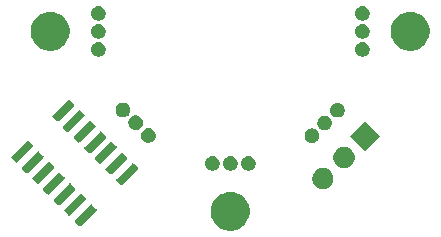
<source format=gbr>
G04 #@! TF.GenerationSoftware,KiCad,Pcbnew,(5.1.5)-3*
G04 #@! TF.CreationDate,2020-07-05T11:52:35-05:00*
G04 #@! TF.ProjectId,HallSensor,48616c6c-5365-46e7-936f-722e6b696361,rev?*
G04 #@! TF.SameCoordinates,Original*
G04 #@! TF.FileFunction,Soldermask,Top*
G04 #@! TF.FilePolarity,Negative*
%FSLAX46Y46*%
G04 Gerber Fmt 4.6, Leading zero omitted, Abs format (unit mm)*
G04 Created by KiCad (PCBNEW (5.1.5)-3) date 2020-07-05 11:52:35*
%MOMM*%
%LPD*%
G04 APERTURE LIST*
%ADD10C,0.100000*%
G04 APERTURE END LIST*
D10*
G36*
X122295256Y-101261298D02*
G01*
X122401579Y-101282447D01*
X122614037Y-101370450D01*
X122701094Y-101406510D01*
X122702042Y-101406903D01*
X122972451Y-101587585D01*
X123202415Y-101817549D01*
X123383097Y-102087958D01*
X123489122Y-102343924D01*
X123507553Y-102388422D01*
X123570331Y-102704024D01*
X123571000Y-102707391D01*
X123571000Y-103032609D01*
X123507553Y-103351579D01*
X123383097Y-103652042D01*
X123202415Y-103922451D01*
X122972451Y-104152415D01*
X122702042Y-104333097D01*
X122401579Y-104457553D01*
X122295256Y-104478702D01*
X122082611Y-104521000D01*
X121757389Y-104521000D01*
X121544744Y-104478702D01*
X121438421Y-104457553D01*
X121137958Y-104333097D01*
X120867549Y-104152415D01*
X120637585Y-103922451D01*
X120456903Y-103652042D01*
X120332447Y-103351579D01*
X120269000Y-103032609D01*
X120269000Y-102707391D01*
X120269670Y-102704024D01*
X120332447Y-102388422D01*
X120350879Y-102343924D01*
X120456903Y-102087958D01*
X120637585Y-101817549D01*
X120867549Y-101587585D01*
X121137958Y-101406903D01*
X121138907Y-101406510D01*
X121225963Y-101370450D01*
X121438421Y-101282447D01*
X121544744Y-101261298D01*
X121757389Y-101219000D01*
X122082611Y-101219000D01*
X122295256Y-101261298D01*
G37*
G36*
X110183124Y-102298139D02*
G01*
X110204205Y-102304535D01*
X110223641Y-102314923D01*
X110245438Y-102332811D01*
X110573343Y-102660716D01*
X110591231Y-102682513D01*
X110601619Y-102701949D01*
X110608015Y-102723030D01*
X110610174Y-102744958D01*
X110608015Y-102766886D01*
X110601619Y-102787967D01*
X110591231Y-102807403D01*
X110573343Y-102829200D01*
X109290844Y-104111699D01*
X109269047Y-104129587D01*
X109249611Y-104139975D01*
X109228530Y-104146371D01*
X109206602Y-104148530D01*
X109184674Y-104146371D01*
X109163593Y-104139975D01*
X109144157Y-104129587D01*
X109122360Y-104111699D01*
X108794455Y-103783794D01*
X108776567Y-103761997D01*
X108766179Y-103742561D01*
X108759783Y-103721480D01*
X108757624Y-103699552D01*
X108759783Y-103677624D01*
X108766179Y-103656543D01*
X108776567Y-103637107D01*
X108794455Y-103615310D01*
X110076954Y-102332811D01*
X110098751Y-102314923D01*
X110118187Y-102304535D01*
X110139268Y-102298139D01*
X110161196Y-102295980D01*
X110183124Y-102298139D01*
G37*
G36*
X109285098Y-101400114D02*
G01*
X109306179Y-101406510D01*
X109325615Y-101416898D01*
X109347412Y-101434786D01*
X109675317Y-101762691D01*
X109693205Y-101784488D01*
X109703593Y-101803924D01*
X109709989Y-101825005D01*
X109712148Y-101846933D01*
X109709989Y-101868861D01*
X109703593Y-101889942D01*
X109693205Y-101909378D01*
X109675317Y-101931175D01*
X108392818Y-103213674D01*
X108371021Y-103231562D01*
X108351585Y-103241950D01*
X108330504Y-103248346D01*
X108308576Y-103250505D01*
X108286648Y-103248346D01*
X108265567Y-103241950D01*
X108246131Y-103231562D01*
X108224334Y-103213674D01*
X107896429Y-102885769D01*
X107878541Y-102863972D01*
X107868153Y-102844536D01*
X107861757Y-102823455D01*
X107859598Y-102801527D01*
X107861757Y-102779599D01*
X107868153Y-102758518D01*
X107878541Y-102739082D01*
X107896429Y-102717285D01*
X109178928Y-101434786D01*
X109200725Y-101416898D01*
X109220161Y-101406510D01*
X109241242Y-101400114D01*
X109263170Y-101397955D01*
X109285098Y-101400114D01*
G37*
G36*
X108387072Y-100502088D02*
G01*
X108408153Y-100508484D01*
X108427589Y-100518872D01*
X108449386Y-100536760D01*
X108777291Y-100864665D01*
X108795179Y-100886462D01*
X108805567Y-100905898D01*
X108811963Y-100926979D01*
X108814122Y-100948907D01*
X108811963Y-100970835D01*
X108805567Y-100991916D01*
X108795179Y-101011352D01*
X108777291Y-101033149D01*
X107494792Y-102315648D01*
X107472995Y-102333536D01*
X107453559Y-102343924D01*
X107432478Y-102350320D01*
X107410550Y-102352479D01*
X107388622Y-102350320D01*
X107367541Y-102343924D01*
X107348105Y-102333536D01*
X107326308Y-102315648D01*
X106998403Y-101987743D01*
X106980515Y-101965946D01*
X106970127Y-101946510D01*
X106963731Y-101925429D01*
X106961572Y-101903501D01*
X106963731Y-101881573D01*
X106970127Y-101860492D01*
X106980515Y-101841056D01*
X106998403Y-101819259D01*
X108280902Y-100536760D01*
X108302699Y-100518872D01*
X108322135Y-100508484D01*
X108343216Y-100502088D01*
X108365144Y-100499929D01*
X108387072Y-100502088D01*
G37*
G36*
X107489047Y-99604062D02*
G01*
X107510128Y-99610458D01*
X107529564Y-99620846D01*
X107551361Y-99638734D01*
X107879266Y-99966639D01*
X107897154Y-99988436D01*
X107907542Y-100007872D01*
X107913938Y-100028953D01*
X107916097Y-100050881D01*
X107913938Y-100072809D01*
X107907542Y-100093890D01*
X107897154Y-100113326D01*
X107879266Y-100135123D01*
X106596767Y-101417622D01*
X106574970Y-101435510D01*
X106555534Y-101445898D01*
X106534453Y-101452294D01*
X106512525Y-101454453D01*
X106490597Y-101452294D01*
X106469516Y-101445898D01*
X106450080Y-101435510D01*
X106428283Y-101417622D01*
X106100378Y-101089717D01*
X106082490Y-101067920D01*
X106072102Y-101048484D01*
X106065706Y-101027403D01*
X106063547Y-101005475D01*
X106065706Y-100983547D01*
X106072102Y-100962466D01*
X106082490Y-100943030D01*
X106100378Y-100921233D01*
X107382877Y-99638734D01*
X107404674Y-99620846D01*
X107424110Y-99610458D01*
X107445191Y-99604062D01*
X107467119Y-99601903D01*
X107489047Y-99604062D01*
G37*
G36*
X129867749Y-99215301D02*
G01*
X130020710Y-99245726D01*
X130184682Y-99313646D01*
X130332252Y-99412249D01*
X130457751Y-99537748D01*
X130556354Y-99685318D01*
X130624274Y-99849290D01*
X130650940Y-99983353D01*
X130658898Y-100023360D01*
X130658898Y-100200844D01*
X130654829Y-100221302D01*
X130624274Y-100374914D01*
X130556354Y-100538886D01*
X130457751Y-100686456D01*
X130332252Y-100811955D01*
X130184682Y-100910558D01*
X130020710Y-100978478D01*
X129884983Y-101005475D01*
X129846640Y-101013102D01*
X129669156Y-101013102D01*
X129630813Y-101005475D01*
X129495086Y-100978478D01*
X129331114Y-100910558D01*
X129183544Y-100811955D01*
X129058045Y-100686456D01*
X128959442Y-100538886D01*
X128891522Y-100374914D01*
X128860967Y-100221302D01*
X128856898Y-100200844D01*
X128856898Y-100023360D01*
X128864856Y-99983353D01*
X128891522Y-99849290D01*
X128959442Y-99685318D01*
X129058045Y-99537748D01*
X129183544Y-99412249D01*
X129331114Y-99313646D01*
X129495086Y-99245726D01*
X129648047Y-99215301D01*
X129669156Y-99211102D01*
X129846640Y-99211102D01*
X129867749Y-99215301D01*
G37*
G36*
X113683302Y-98797961D02*
G01*
X113704383Y-98804357D01*
X113723819Y-98814745D01*
X113745616Y-98832633D01*
X114073521Y-99160538D01*
X114091409Y-99182335D01*
X114101797Y-99201771D01*
X114108193Y-99222852D01*
X114110352Y-99244780D01*
X114108193Y-99266708D01*
X114101797Y-99287789D01*
X114091409Y-99307225D01*
X114073521Y-99329022D01*
X112791022Y-100611521D01*
X112769225Y-100629409D01*
X112749789Y-100639797D01*
X112728708Y-100646193D01*
X112706780Y-100648352D01*
X112684852Y-100646193D01*
X112663771Y-100639797D01*
X112644335Y-100629409D01*
X112622538Y-100611521D01*
X112294633Y-100283616D01*
X112276745Y-100261819D01*
X112266357Y-100242383D01*
X112259961Y-100221302D01*
X112257802Y-100199374D01*
X112259961Y-100177446D01*
X112266357Y-100156365D01*
X112276745Y-100136929D01*
X112294633Y-100115132D01*
X113577132Y-98832633D01*
X113598929Y-98814745D01*
X113618365Y-98804357D01*
X113639446Y-98797961D01*
X113661374Y-98795802D01*
X113683302Y-98797961D01*
G37*
G36*
X106591021Y-98706037D02*
G01*
X106612102Y-98712433D01*
X106631538Y-98722821D01*
X106653335Y-98740709D01*
X106981240Y-99068614D01*
X106999128Y-99090411D01*
X107009516Y-99109847D01*
X107015912Y-99130928D01*
X107018071Y-99152856D01*
X107015912Y-99174784D01*
X107009516Y-99195865D01*
X106999128Y-99215301D01*
X106981240Y-99237098D01*
X105698741Y-100519597D01*
X105676944Y-100537485D01*
X105657508Y-100547873D01*
X105636427Y-100554269D01*
X105614499Y-100556428D01*
X105592571Y-100554269D01*
X105571490Y-100547873D01*
X105552054Y-100537485D01*
X105530257Y-100519597D01*
X105202352Y-100191692D01*
X105184464Y-100169895D01*
X105174076Y-100150459D01*
X105167680Y-100129378D01*
X105165521Y-100107450D01*
X105167680Y-100085522D01*
X105174076Y-100064441D01*
X105184464Y-100045005D01*
X105202352Y-100023208D01*
X106484851Y-98740709D01*
X106506648Y-98722821D01*
X106526084Y-98712433D01*
X106547165Y-98706037D01*
X106569093Y-98703878D01*
X106591021Y-98706037D01*
G37*
G36*
X112785277Y-97899935D02*
G01*
X112806358Y-97906331D01*
X112825794Y-97916719D01*
X112847591Y-97934607D01*
X113175496Y-98262512D01*
X113193384Y-98284309D01*
X113203772Y-98303745D01*
X113210168Y-98324826D01*
X113212327Y-98346754D01*
X113210168Y-98368682D01*
X113203772Y-98389763D01*
X113193384Y-98409199D01*
X113175496Y-98430996D01*
X111892997Y-99713495D01*
X111871200Y-99731383D01*
X111851764Y-99741771D01*
X111830683Y-99748167D01*
X111808755Y-99750326D01*
X111786827Y-99748167D01*
X111765746Y-99741771D01*
X111746310Y-99731383D01*
X111724513Y-99713495D01*
X111396608Y-99385590D01*
X111378720Y-99363793D01*
X111368332Y-99344357D01*
X111361936Y-99323276D01*
X111359777Y-99301348D01*
X111361936Y-99279420D01*
X111368332Y-99258339D01*
X111378720Y-99238903D01*
X111396608Y-99217106D01*
X112679107Y-97934607D01*
X112700904Y-97916719D01*
X112720340Y-97906331D01*
X112741421Y-97899935D01*
X112763349Y-97897776D01*
X112785277Y-97899935D01*
G37*
G36*
X105692995Y-97808011D02*
G01*
X105714076Y-97814407D01*
X105733512Y-97824795D01*
X105755309Y-97842683D01*
X106083214Y-98170588D01*
X106101102Y-98192385D01*
X106111490Y-98211821D01*
X106117886Y-98232902D01*
X106120045Y-98254830D01*
X106117886Y-98276758D01*
X106111490Y-98297839D01*
X106101102Y-98317275D01*
X106083214Y-98339072D01*
X104800715Y-99621571D01*
X104778918Y-99639459D01*
X104759482Y-99649847D01*
X104738401Y-99656243D01*
X104716473Y-99658402D01*
X104694545Y-99656243D01*
X104673464Y-99649847D01*
X104654028Y-99639459D01*
X104632231Y-99621571D01*
X104304326Y-99293666D01*
X104286438Y-99271869D01*
X104276050Y-99252433D01*
X104269654Y-99231352D01*
X104267495Y-99209424D01*
X104269654Y-99187496D01*
X104276050Y-99166415D01*
X104286438Y-99146979D01*
X104304326Y-99125182D01*
X105586825Y-97842683D01*
X105608622Y-97824795D01*
X105628058Y-97814407D01*
X105649139Y-97808011D01*
X105671067Y-97805852D01*
X105692995Y-97808011D01*
G37*
G36*
X122025980Y-98192385D02*
G01*
X122101577Y-98207422D01*
X122138357Y-98222657D01*
X122214866Y-98254348D01*
X122316818Y-98322470D01*
X122403530Y-98409182D01*
X122471652Y-98511134D01*
X122518578Y-98624424D01*
X122542500Y-98744688D01*
X122542500Y-98867312D01*
X122518578Y-98987576D01*
X122471652Y-99100866D01*
X122403530Y-99202818D01*
X122316818Y-99289530D01*
X122214866Y-99357652D01*
X122147417Y-99385590D01*
X122101577Y-99404578D01*
X122041444Y-99416539D01*
X121981312Y-99428500D01*
X121858688Y-99428500D01*
X121798556Y-99416539D01*
X121738423Y-99404578D01*
X121692583Y-99385590D01*
X121625134Y-99357652D01*
X121523182Y-99289530D01*
X121436470Y-99202818D01*
X121368348Y-99100866D01*
X121321422Y-98987576D01*
X121297500Y-98867312D01*
X121297500Y-98744688D01*
X121321422Y-98624424D01*
X121368348Y-98511134D01*
X121436470Y-98409182D01*
X121523182Y-98322470D01*
X121625134Y-98254348D01*
X121701643Y-98222657D01*
X121738423Y-98207422D01*
X121814020Y-98192385D01*
X121858688Y-98183500D01*
X121981312Y-98183500D01*
X122025980Y-98192385D01*
G37*
G36*
X120501980Y-98192385D02*
G01*
X120577577Y-98207422D01*
X120614357Y-98222657D01*
X120690866Y-98254348D01*
X120792818Y-98322470D01*
X120879530Y-98409182D01*
X120947652Y-98511134D01*
X120994578Y-98624424D01*
X121018500Y-98744688D01*
X121018500Y-98867312D01*
X120994578Y-98987576D01*
X120947652Y-99100866D01*
X120879530Y-99202818D01*
X120792818Y-99289530D01*
X120690866Y-99357652D01*
X120623417Y-99385590D01*
X120577577Y-99404578D01*
X120517444Y-99416539D01*
X120457312Y-99428500D01*
X120334688Y-99428500D01*
X120274556Y-99416539D01*
X120214423Y-99404578D01*
X120168583Y-99385590D01*
X120101134Y-99357652D01*
X119999182Y-99289530D01*
X119912470Y-99202818D01*
X119844348Y-99100866D01*
X119797422Y-98987576D01*
X119773500Y-98867312D01*
X119773500Y-98744688D01*
X119797422Y-98624424D01*
X119844348Y-98511134D01*
X119912470Y-98409182D01*
X119999182Y-98322470D01*
X120101134Y-98254348D01*
X120177643Y-98222657D01*
X120214423Y-98207422D01*
X120290020Y-98192385D01*
X120334688Y-98183500D01*
X120457312Y-98183500D01*
X120501980Y-98192385D01*
G37*
G36*
X123549980Y-98192385D02*
G01*
X123625577Y-98207422D01*
X123662357Y-98222657D01*
X123738866Y-98254348D01*
X123840818Y-98322470D01*
X123927530Y-98409182D01*
X123995652Y-98511134D01*
X124042578Y-98624424D01*
X124066500Y-98744688D01*
X124066500Y-98867312D01*
X124042578Y-98987576D01*
X123995652Y-99100866D01*
X123927530Y-99202818D01*
X123840818Y-99289530D01*
X123738866Y-99357652D01*
X123671417Y-99385590D01*
X123625577Y-99404578D01*
X123565444Y-99416539D01*
X123505312Y-99428500D01*
X123382688Y-99428500D01*
X123322556Y-99416539D01*
X123262423Y-99404578D01*
X123216583Y-99385590D01*
X123149134Y-99357652D01*
X123047182Y-99289530D01*
X122960470Y-99202818D01*
X122892348Y-99100866D01*
X122845422Y-98987576D01*
X122821500Y-98867312D01*
X122821500Y-98744688D01*
X122845422Y-98624424D01*
X122892348Y-98511134D01*
X122960470Y-98409182D01*
X123047182Y-98322470D01*
X123149134Y-98254348D01*
X123225643Y-98222657D01*
X123262423Y-98207422D01*
X123338020Y-98192385D01*
X123382688Y-98183500D01*
X123505312Y-98183500D01*
X123549980Y-98192385D01*
G37*
G36*
X131663795Y-97419249D02*
G01*
X131816761Y-97449675D01*
X131980733Y-97517595D01*
X132128303Y-97616198D01*
X132253802Y-97741697D01*
X132352405Y-97889267D01*
X132420325Y-98053239D01*
X132446235Y-98183500D01*
X132454949Y-98227309D01*
X132454949Y-98404793D01*
X132453134Y-98413915D01*
X132420325Y-98578863D01*
X132352405Y-98742835D01*
X132253802Y-98890405D01*
X132128303Y-99015904D01*
X131980733Y-99114507D01*
X131816761Y-99182427D01*
X131672598Y-99211102D01*
X131642691Y-99217051D01*
X131465207Y-99217051D01*
X131435300Y-99211102D01*
X131291137Y-99182427D01*
X131127165Y-99114507D01*
X130979595Y-99015904D01*
X130854096Y-98890405D01*
X130755493Y-98742835D01*
X130687573Y-98578863D01*
X130654764Y-98413915D01*
X130652949Y-98404793D01*
X130652949Y-98227309D01*
X130661663Y-98183500D01*
X130687573Y-98053239D01*
X130755493Y-97889267D01*
X130854096Y-97741697D01*
X130979595Y-97616198D01*
X131127165Y-97517595D01*
X131291137Y-97449675D01*
X131444103Y-97419249D01*
X131465207Y-97415051D01*
X131642691Y-97415051D01*
X131663795Y-97419249D01*
G37*
G36*
X111887251Y-97001909D02*
G01*
X111908332Y-97008305D01*
X111927768Y-97018693D01*
X111949565Y-97036581D01*
X112277470Y-97364486D01*
X112295358Y-97386283D01*
X112305746Y-97405719D01*
X112312142Y-97426800D01*
X112314301Y-97448728D01*
X112312142Y-97470656D01*
X112305746Y-97491737D01*
X112295358Y-97511173D01*
X112277470Y-97532970D01*
X110994971Y-98815469D01*
X110973174Y-98833357D01*
X110953738Y-98843745D01*
X110932657Y-98850141D01*
X110910729Y-98852300D01*
X110888801Y-98850141D01*
X110867720Y-98843745D01*
X110848284Y-98833357D01*
X110826487Y-98815469D01*
X110498582Y-98487564D01*
X110480694Y-98465767D01*
X110470306Y-98446331D01*
X110463910Y-98425250D01*
X110461751Y-98403322D01*
X110463910Y-98381394D01*
X110470306Y-98360313D01*
X110480694Y-98340877D01*
X110498582Y-98319080D01*
X111781081Y-97036581D01*
X111802878Y-97018693D01*
X111822314Y-97008305D01*
X111843395Y-97001909D01*
X111865323Y-96999750D01*
X111887251Y-97001909D01*
G37*
G36*
X104794970Y-96909985D02*
G01*
X104816051Y-96916381D01*
X104835487Y-96926769D01*
X104857284Y-96944657D01*
X105185189Y-97272562D01*
X105203077Y-97294359D01*
X105213465Y-97313795D01*
X105219861Y-97334876D01*
X105222020Y-97356804D01*
X105219861Y-97378732D01*
X105213465Y-97399813D01*
X105203077Y-97419249D01*
X105185189Y-97441046D01*
X103902690Y-98723545D01*
X103880893Y-98741433D01*
X103861457Y-98751821D01*
X103840376Y-98758217D01*
X103818448Y-98760376D01*
X103796520Y-98758217D01*
X103775439Y-98751821D01*
X103756003Y-98741433D01*
X103734206Y-98723545D01*
X103406301Y-98395640D01*
X103388413Y-98373843D01*
X103378025Y-98354407D01*
X103371629Y-98333326D01*
X103369470Y-98311398D01*
X103371629Y-98289470D01*
X103378025Y-98268389D01*
X103388413Y-98248953D01*
X103406301Y-98227156D01*
X104688800Y-96944657D01*
X104710597Y-96926769D01*
X104730033Y-96916381D01*
X104751114Y-96909985D01*
X104773042Y-96907826D01*
X104794970Y-96909985D01*
G37*
G36*
X110989225Y-96103884D02*
G01*
X111010306Y-96110280D01*
X111029742Y-96120668D01*
X111051539Y-96138556D01*
X111379444Y-96466461D01*
X111397332Y-96488258D01*
X111407720Y-96507694D01*
X111414116Y-96528775D01*
X111416275Y-96550703D01*
X111414116Y-96572631D01*
X111407720Y-96593712D01*
X111397332Y-96613148D01*
X111379444Y-96634945D01*
X110096945Y-97917444D01*
X110075148Y-97935332D01*
X110055712Y-97945720D01*
X110034631Y-97952116D01*
X110012703Y-97954275D01*
X109990775Y-97952116D01*
X109969694Y-97945720D01*
X109950258Y-97935332D01*
X109928461Y-97917444D01*
X109600556Y-97589539D01*
X109582668Y-97567742D01*
X109572280Y-97548306D01*
X109565884Y-97527225D01*
X109563725Y-97505297D01*
X109565884Y-97483369D01*
X109572280Y-97462288D01*
X109582668Y-97442852D01*
X109600556Y-97421055D01*
X110883055Y-96138556D01*
X110904852Y-96120668D01*
X110924288Y-96110280D01*
X110945369Y-96103884D01*
X110967297Y-96101725D01*
X110989225Y-96103884D01*
G37*
G36*
X134624206Y-96520000D02*
G01*
X133350000Y-97794206D01*
X132075794Y-96520000D01*
X133350000Y-95245794D01*
X134624206Y-96520000D01*
G37*
G36*
X128947664Y-95851501D02*
G01*
X129015921Y-95865078D01*
X129053683Y-95880720D01*
X129129210Y-95912004D01*
X129231162Y-95980126D01*
X129317874Y-96066838D01*
X129385996Y-96168790D01*
X129432922Y-96282080D01*
X129453254Y-96384294D01*
X129456844Y-96402345D01*
X129456844Y-96524967D01*
X129432922Y-96645233D01*
X129420827Y-96674432D01*
X129385996Y-96758522D01*
X129317874Y-96860474D01*
X129231162Y-96947186D01*
X129129210Y-97015308D01*
X129059499Y-97044183D01*
X129015921Y-97062234D01*
X128955788Y-97074195D01*
X128895656Y-97086156D01*
X128773032Y-97086156D01*
X128712900Y-97074195D01*
X128652767Y-97062234D01*
X128609189Y-97044183D01*
X128539478Y-97015308D01*
X128437526Y-96947186D01*
X128350814Y-96860474D01*
X128282692Y-96758522D01*
X128247861Y-96674432D01*
X128235766Y-96645233D01*
X128211844Y-96524967D01*
X128211844Y-96402345D01*
X128215435Y-96384294D01*
X128235766Y-96282080D01*
X128282692Y-96168790D01*
X128350814Y-96066838D01*
X128437526Y-95980126D01*
X128539478Y-95912004D01*
X128615005Y-95880720D01*
X128652767Y-95865078D01*
X128721024Y-95851501D01*
X128773032Y-95841156D01*
X128895656Y-95841156D01*
X128947664Y-95851501D01*
G37*
G36*
X115100382Y-95833342D02*
G01*
X115169182Y-95847027D01*
X115206944Y-95862669D01*
X115282471Y-95893953D01*
X115384423Y-95962075D01*
X115471135Y-96048787D01*
X115539257Y-96150739D01*
X115550719Y-96178411D01*
X115586183Y-96264028D01*
X115589774Y-96282080D01*
X115610105Y-96384293D01*
X115610105Y-96506917D01*
X115602564Y-96544826D01*
X115586183Y-96627182D01*
X115582967Y-96634945D01*
X115539257Y-96740471D01*
X115471135Y-96842423D01*
X115384423Y-96929135D01*
X115282471Y-96997257D01*
X115228969Y-97019418D01*
X115169182Y-97044183D01*
X115119375Y-97054090D01*
X115048917Y-97068105D01*
X114926293Y-97068105D01*
X114855835Y-97054090D01*
X114806028Y-97044183D01*
X114746241Y-97019418D01*
X114692739Y-96997257D01*
X114590787Y-96929135D01*
X114504075Y-96842423D01*
X114435953Y-96740471D01*
X114392243Y-96634945D01*
X114389027Y-96627182D01*
X114372646Y-96544826D01*
X114365105Y-96506917D01*
X114365105Y-96384293D01*
X114385436Y-96282080D01*
X114389027Y-96264028D01*
X114424491Y-96178411D01*
X114435953Y-96150739D01*
X114504075Y-96048787D01*
X114590787Y-95962075D01*
X114692739Y-95893953D01*
X114768266Y-95862669D01*
X114806028Y-95847027D01*
X114874828Y-95833342D01*
X114926293Y-95823105D01*
X115048917Y-95823105D01*
X115100382Y-95833342D01*
G37*
G36*
X110091200Y-95205858D02*
G01*
X110112281Y-95212254D01*
X110131717Y-95222642D01*
X110153514Y-95240530D01*
X110481419Y-95568435D01*
X110499307Y-95590232D01*
X110509695Y-95609668D01*
X110516091Y-95630749D01*
X110518250Y-95652677D01*
X110516091Y-95674605D01*
X110509695Y-95695686D01*
X110499307Y-95715122D01*
X110481419Y-95736919D01*
X109198920Y-97019418D01*
X109177123Y-97037306D01*
X109157687Y-97047694D01*
X109136606Y-97054090D01*
X109114678Y-97056249D01*
X109092750Y-97054090D01*
X109071669Y-97047694D01*
X109052233Y-97037306D01*
X109030436Y-97019418D01*
X108702531Y-96691513D01*
X108684643Y-96669716D01*
X108674255Y-96650280D01*
X108667859Y-96629199D01*
X108665700Y-96607271D01*
X108667859Y-96585343D01*
X108674255Y-96564262D01*
X108684643Y-96544826D01*
X108702531Y-96523029D01*
X109985030Y-95240530D01*
X110006827Y-95222642D01*
X110026263Y-95212254D01*
X110047344Y-95205858D01*
X110069272Y-95203699D01*
X110091200Y-95205858D01*
G37*
G36*
X109193174Y-94307832D02*
G01*
X109214255Y-94314228D01*
X109233691Y-94324616D01*
X109255488Y-94342504D01*
X109583393Y-94670409D01*
X109601281Y-94692206D01*
X109611669Y-94711642D01*
X109618065Y-94732723D01*
X109620224Y-94754651D01*
X109618065Y-94776579D01*
X109611669Y-94797660D01*
X109601281Y-94817096D01*
X109583393Y-94838893D01*
X108300894Y-96121392D01*
X108279097Y-96139280D01*
X108259661Y-96149668D01*
X108238580Y-96156064D01*
X108216652Y-96158223D01*
X108194724Y-96156064D01*
X108173643Y-96149668D01*
X108154207Y-96139280D01*
X108132410Y-96121392D01*
X107804505Y-95793487D01*
X107786617Y-95771690D01*
X107776229Y-95752254D01*
X107769833Y-95731173D01*
X107767674Y-95709245D01*
X107769833Y-95687317D01*
X107776229Y-95666236D01*
X107786617Y-95646800D01*
X107804505Y-95625003D01*
X109087004Y-94342504D01*
X109108801Y-94324616D01*
X109128237Y-94314228D01*
X109149318Y-94307832D01*
X109171246Y-94305673D01*
X109193174Y-94307832D01*
G37*
G36*
X130002796Y-94769396D02*
G01*
X130093551Y-94787448D01*
X130118204Y-94797660D01*
X130206840Y-94834374D01*
X130308792Y-94902496D01*
X130395504Y-94989208D01*
X130463626Y-95091160D01*
X130494910Y-95166687D01*
X130510552Y-95204449D01*
X130534474Y-95324715D01*
X130534474Y-95447337D01*
X130510552Y-95567603D01*
X130494910Y-95605365D01*
X130463626Y-95680892D01*
X130395504Y-95782844D01*
X130308792Y-95869556D01*
X130206840Y-95937678D01*
X130131313Y-95968962D01*
X130093551Y-95984604D01*
X130064040Y-95990474D01*
X129973286Y-96008526D01*
X129850662Y-96008526D01*
X129759908Y-95990474D01*
X129730397Y-95984604D01*
X129692635Y-95968962D01*
X129617108Y-95937678D01*
X129515156Y-95869556D01*
X129428444Y-95782844D01*
X129360322Y-95680892D01*
X129329038Y-95605365D01*
X129313396Y-95567603D01*
X129289474Y-95447337D01*
X129289474Y-95324715D01*
X129313396Y-95204449D01*
X129329038Y-95166687D01*
X129360322Y-95091160D01*
X129428444Y-94989208D01*
X129515156Y-94902496D01*
X129617108Y-94834374D01*
X129705744Y-94797660D01*
X129730397Y-94787448D01*
X129821152Y-94769396D01*
X129850662Y-94763526D01*
X129973286Y-94763526D01*
X130002796Y-94769396D01*
G37*
G36*
X113987881Y-94748775D02*
G01*
X114091551Y-94769396D01*
X114129313Y-94785038D01*
X114204840Y-94816322D01*
X114306792Y-94884444D01*
X114393504Y-94971156D01*
X114461626Y-95073108D01*
X114469103Y-95091160D01*
X114508552Y-95186397D01*
X114532474Y-95306663D01*
X114532474Y-95429285D01*
X114508552Y-95549551D01*
X114501075Y-95567602D01*
X114461626Y-95662840D01*
X114393504Y-95764792D01*
X114306792Y-95851504D01*
X114204840Y-95919626D01*
X114161258Y-95937678D01*
X114091551Y-95966552D01*
X114031418Y-95978513D01*
X113971286Y-95990474D01*
X113848662Y-95990474D01*
X113788530Y-95978513D01*
X113728397Y-95966552D01*
X113658690Y-95937678D01*
X113615108Y-95919626D01*
X113513156Y-95851504D01*
X113426444Y-95764792D01*
X113358322Y-95662840D01*
X113318873Y-95567602D01*
X113311396Y-95549551D01*
X113287474Y-95429285D01*
X113287474Y-95306663D01*
X113311396Y-95186397D01*
X113350845Y-95091160D01*
X113358322Y-95073108D01*
X113426444Y-94971156D01*
X113513156Y-94884444D01*
X113615108Y-94816322D01*
X113690635Y-94785038D01*
X113728397Y-94769396D01*
X113832067Y-94748775D01*
X113848662Y-94745474D01*
X113971286Y-94745474D01*
X113987881Y-94748775D01*
G37*
G36*
X108295148Y-93409807D02*
G01*
X108316229Y-93416203D01*
X108335665Y-93426591D01*
X108357462Y-93444479D01*
X108685367Y-93772384D01*
X108703255Y-93794181D01*
X108713643Y-93813617D01*
X108720039Y-93834698D01*
X108722198Y-93856626D01*
X108720039Y-93878554D01*
X108713643Y-93899635D01*
X108703255Y-93919071D01*
X108685367Y-93940868D01*
X107402868Y-95223367D01*
X107381071Y-95241255D01*
X107361635Y-95251643D01*
X107340554Y-95258039D01*
X107318626Y-95260198D01*
X107296698Y-95258039D01*
X107275617Y-95251643D01*
X107256181Y-95241255D01*
X107234384Y-95223367D01*
X106906479Y-94895462D01*
X106888591Y-94873665D01*
X106878203Y-94854229D01*
X106871807Y-94833148D01*
X106869648Y-94811220D01*
X106871807Y-94789292D01*
X106878203Y-94768211D01*
X106888591Y-94748775D01*
X106906479Y-94726978D01*
X108188978Y-93444479D01*
X108210775Y-93426591D01*
X108230211Y-93416203D01*
X108251292Y-93409807D01*
X108273220Y-93407648D01*
X108295148Y-93409807D01*
G37*
G36*
X131111049Y-93697856D02*
G01*
X131171182Y-93709817D01*
X131208944Y-93725459D01*
X131284471Y-93756743D01*
X131386423Y-93824865D01*
X131473135Y-93911577D01*
X131541257Y-94013529D01*
X131588183Y-94126819D01*
X131608515Y-94229033D01*
X131612105Y-94247084D01*
X131612105Y-94369706D01*
X131591774Y-94471921D01*
X131588183Y-94489971D01*
X131541257Y-94603261D01*
X131473135Y-94705213D01*
X131386423Y-94791925D01*
X131284471Y-94860047D01*
X131214760Y-94888922D01*
X131171182Y-94906973D01*
X131111049Y-94918934D01*
X131050917Y-94930895D01*
X130928293Y-94930895D01*
X130868161Y-94918934D01*
X130808028Y-94906973D01*
X130764450Y-94888922D01*
X130694739Y-94860047D01*
X130592787Y-94791925D01*
X130506075Y-94705213D01*
X130437953Y-94603261D01*
X130391027Y-94489971D01*
X130387437Y-94471921D01*
X130367105Y-94369706D01*
X130367105Y-94247084D01*
X130370696Y-94229033D01*
X130391027Y-94126819D01*
X130437953Y-94013529D01*
X130506075Y-93911577D01*
X130592787Y-93824865D01*
X130694739Y-93756743D01*
X130770266Y-93725459D01*
X130808028Y-93709817D01*
X130868161Y-93697856D01*
X130928293Y-93685895D01*
X131050917Y-93685895D01*
X131111049Y-93697856D01*
G37*
G36*
X112953788Y-93679805D02*
G01*
X113013921Y-93691766D01*
X113051683Y-93707408D01*
X113127210Y-93738692D01*
X113229162Y-93806814D01*
X113315874Y-93893526D01*
X113383996Y-93995478D01*
X113415280Y-94071005D01*
X113430922Y-94108767D01*
X113434513Y-94126819D01*
X113454844Y-94229032D01*
X113454844Y-94351656D01*
X113430922Y-94471920D01*
X113383996Y-94585210D01*
X113315874Y-94687162D01*
X113229162Y-94773874D01*
X113127210Y-94841996D01*
X113051683Y-94873280D01*
X113013921Y-94888922D01*
X112953788Y-94900883D01*
X112893656Y-94912844D01*
X112771032Y-94912844D01*
X112710900Y-94900883D01*
X112650767Y-94888922D01*
X112613005Y-94873280D01*
X112537478Y-94841996D01*
X112435526Y-94773874D01*
X112348814Y-94687162D01*
X112280692Y-94585210D01*
X112233766Y-94471920D01*
X112209844Y-94351656D01*
X112209844Y-94229032D01*
X112230175Y-94126819D01*
X112233766Y-94108767D01*
X112249408Y-94071005D01*
X112280692Y-93995478D01*
X112348814Y-93893526D01*
X112435526Y-93806814D01*
X112537478Y-93738692D01*
X112613005Y-93707408D01*
X112650767Y-93691766D01*
X112710900Y-93679805D01*
X112771032Y-93667844D01*
X112893656Y-93667844D01*
X112953788Y-93679805D01*
G37*
G36*
X110865444Y-88543461D02*
G01*
X110925577Y-88555422D01*
X110963339Y-88571064D01*
X111038866Y-88602348D01*
X111140818Y-88670470D01*
X111227530Y-88757182D01*
X111295652Y-88859134D01*
X111342578Y-88972424D01*
X111366500Y-89092688D01*
X111366500Y-89215312D01*
X111342578Y-89335576D01*
X111295652Y-89448866D01*
X111227530Y-89550818D01*
X111140818Y-89637530D01*
X111038866Y-89705652D01*
X110963339Y-89736936D01*
X110925577Y-89752578D01*
X110865444Y-89764539D01*
X110805312Y-89776500D01*
X110682688Y-89776500D01*
X110622556Y-89764539D01*
X110562423Y-89752578D01*
X110524661Y-89736936D01*
X110449134Y-89705652D01*
X110347182Y-89637530D01*
X110260470Y-89550818D01*
X110192348Y-89448866D01*
X110145422Y-89335576D01*
X110121500Y-89215312D01*
X110121500Y-89092688D01*
X110145422Y-88972424D01*
X110192348Y-88859134D01*
X110260470Y-88757182D01*
X110347182Y-88670470D01*
X110449134Y-88602348D01*
X110524661Y-88571064D01*
X110562423Y-88555422D01*
X110622556Y-88543461D01*
X110682688Y-88531500D01*
X110805312Y-88531500D01*
X110865444Y-88543461D01*
G37*
G36*
X133217444Y-88543461D02*
G01*
X133277577Y-88555422D01*
X133315339Y-88571064D01*
X133390866Y-88602348D01*
X133492818Y-88670470D01*
X133579530Y-88757182D01*
X133647652Y-88859134D01*
X133694578Y-88972424D01*
X133718500Y-89092688D01*
X133718500Y-89215312D01*
X133694578Y-89335576D01*
X133647652Y-89448866D01*
X133579530Y-89550818D01*
X133492818Y-89637530D01*
X133390866Y-89705652D01*
X133315339Y-89736936D01*
X133277577Y-89752578D01*
X133217444Y-89764539D01*
X133157312Y-89776500D01*
X133034688Y-89776500D01*
X132974556Y-89764539D01*
X132914423Y-89752578D01*
X132876661Y-89736936D01*
X132801134Y-89705652D01*
X132699182Y-89637530D01*
X132612470Y-89550818D01*
X132544348Y-89448866D01*
X132497422Y-89335576D01*
X132473500Y-89215312D01*
X132473500Y-89092688D01*
X132497422Y-88972424D01*
X132544348Y-88859134D01*
X132612470Y-88757182D01*
X132699182Y-88670470D01*
X132801134Y-88602348D01*
X132876661Y-88571064D01*
X132914423Y-88555422D01*
X132974556Y-88543461D01*
X133034688Y-88531500D01*
X133157312Y-88531500D01*
X133217444Y-88543461D01*
G37*
G36*
X107055256Y-86021298D02*
G01*
X107161579Y-86042447D01*
X107462042Y-86166903D01*
X107732451Y-86347585D01*
X107962415Y-86577549D01*
X108143097Y-86847958D01*
X108266745Y-87146470D01*
X108267553Y-87148422D01*
X108331000Y-87467389D01*
X108331000Y-87792611D01*
X108288702Y-88005256D01*
X108267553Y-88111579D01*
X108143097Y-88412042D01*
X107962415Y-88682451D01*
X107732451Y-88912415D01*
X107462042Y-89093097D01*
X107161579Y-89217553D01*
X107055256Y-89238702D01*
X106842611Y-89281000D01*
X106517389Y-89281000D01*
X106304744Y-89238702D01*
X106198421Y-89217553D01*
X105897958Y-89093097D01*
X105627549Y-88912415D01*
X105397585Y-88682451D01*
X105216903Y-88412042D01*
X105092447Y-88111579D01*
X105071298Y-88005256D01*
X105029000Y-87792611D01*
X105029000Y-87467389D01*
X105092447Y-87148422D01*
X105093256Y-87146470D01*
X105216903Y-86847958D01*
X105397585Y-86577549D01*
X105627549Y-86347585D01*
X105897958Y-86166903D01*
X106198421Y-86042447D01*
X106304744Y-86021298D01*
X106517389Y-85979000D01*
X106842611Y-85979000D01*
X107055256Y-86021298D01*
G37*
G36*
X137535256Y-86021298D02*
G01*
X137641579Y-86042447D01*
X137942042Y-86166903D01*
X138212451Y-86347585D01*
X138442415Y-86577549D01*
X138623097Y-86847958D01*
X138746745Y-87146470D01*
X138747553Y-87148422D01*
X138811000Y-87467389D01*
X138811000Y-87792611D01*
X138768702Y-88005256D01*
X138747553Y-88111579D01*
X138623097Y-88412042D01*
X138442415Y-88682451D01*
X138212451Y-88912415D01*
X137942042Y-89093097D01*
X137641579Y-89217553D01*
X137535256Y-89238702D01*
X137322611Y-89281000D01*
X136997389Y-89281000D01*
X136784744Y-89238702D01*
X136678421Y-89217553D01*
X136377958Y-89093097D01*
X136107549Y-88912415D01*
X135877585Y-88682451D01*
X135696903Y-88412042D01*
X135572447Y-88111579D01*
X135551298Y-88005256D01*
X135509000Y-87792611D01*
X135509000Y-87467389D01*
X135572447Y-87148422D01*
X135573256Y-87146470D01*
X135696903Y-86847958D01*
X135877585Y-86577549D01*
X136107549Y-86347585D01*
X136377958Y-86166903D01*
X136678421Y-86042447D01*
X136784744Y-86021298D01*
X136997389Y-85979000D01*
X137322611Y-85979000D01*
X137535256Y-86021298D01*
G37*
G36*
X110865444Y-87019461D02*
G01*
X110925577Y-87031422D01*
X110963339Y-87047064D01*
X111038866Y-87078348D01*
X111140818Y-87146470D01*
X111227530Y-87233182D01*
X111295652Y-87335134D01*
X111326936Y-87410661D01*
X111342578Y-87448423D01*
X111366500Y-87568689D01*
X111366500Y-87691311D01*
X111346351Y-87792611D01*
X111342578Y-87811576D01*
X111295652Y-87924866D01*
X111227530Y-88026818D01*
X111140818Y-88113530D01*
X111038866Y-88181652D01*
X110963339Y-88212936D01*
X110925577Y-88228578D01*
X110865444Y-88240539D01*
X110805312Y-88252500D01*
X110682688Y-88252500D01*
X110622556Y-88240539D01*
X110562423Y-88228578D01*
X110524661Y-88212936D01*
X110449134Y-88181652D01*
X110347182Y-88113530D01*
X110260470Y-88026818D01*
X110192348Y-87924866D01*
X110145422Y-87811576D01*
X110141650Y-87792611D01*
X110121500Y-87691311D01*
X110121500Y-87568689D01*
X110145422Y-87448423D01*
X110161064Y-87410661D01*
X110192348Y-87335134D01*
X110260470Y-87233182D01*
X110347182Y-87146470D01*
X110449134Y-87078348D01*
X110524661Y-87047064D01*
X110562423Y-87031422D01*
X110622556Y-87019461D01*
X110682688Y-87007500D01*
X110805312Y-87007500D01*
X110865444Y-87019461D01*
G37*
G36*
X133217444Y-87019461D02*
G01*
X133277577Y-87031422D01*
X133315339Y-87047064D01*
X133390866Y-87078348D01*
X133492818Y-87146470D01*
X133579530Y-87233182D01*
X133647652Y-87335134D01*
X133678936Y-87410661D01*
X133694578Y-87448423D01*
X133718500Y-87568689D01*
X133718500Y-87691311D01*
X133698351Y-87792611D01*
X133694578Y-87811576D01*
X133647652Y-87924866D01*
X133579530Y-88026818D01*
X133492818Y-88113530D01*
X133390866Y-88181652D01*
X133315339Y-88212936D01*
X133277577Y-88228578D01*
X133217444Y-88240539D01*
X133157312Y-88252500D01*
X133034688Y-88252500D01*
X132974556Y-88240539D01*
X132914423Y-88228578D01*
X132876661Y-88212936D01*
X132801134Y-88181652D01*
X132699182Y-88113530D01*
X132612470Y-88026818D01*
X132544348Y-87924866D01*
X132497422Y-87811576D01*
X132493650Y-87792611D01*
X132473500Y-87691311D01*
X132473500Y-87568689D01*
X132497422Y-87448423D01*
X132513064Y-87410661D01*
X132544348Y-87335134D01*
X132612470Y-87233182D01*
X132699182Y-87146470D01*
X132801134Y-87078348D01*
X132876661Y-87047064D01*
X132914423Y-87031422D01*
X132974556Y-87019461D01*
X133034688Y-87007500D01*
X133157312Y-87007500D01*
X133217444Y-87019461D01*
G37*
G36*
X110865444Y-85495461D02*
G01*
X110925577Y-85507422D01*
X110963339Y-85523064D01*
X111038866Y-85554348D01*
X111140818Y-85622470D01*
X111227530Y-85709182D01*
X111295652Y-85811134D01*
X111342578Y-85924424D01*
X111366500Y-86044688D01*
X111366500Y-86167312D01*
X111342578Y-86287576D01*
X111295652Y-86400866D01*
X111227530Y-86502818D01*
X111140818Y-86589530D01*
X111038866Y-86657652D01*
X110963339Y-86688936D01*
X110925577Y-86704578D01*
X110865444Y-86716539D01*
X110805312Y-86728500D01*
X110682688Y-86728500D01*
X110622556Y-86716539D01*
X110562423Y-86704578D01*
X110524661Y-86688936D01*
X110449134Y-86657652D01*
X110347182Y-86589530D01*
X110260470Y-86502818D01*
X110192348Y-86400866D01*
X110145422Y-86287576D01*
X110121500Y-86167312D01*
X110121500Y-86044688D01*
X110145422Y-85924424D01*
X110192348Y-85811134D01*
X110260470Y-85709182D01*
X110347182Y-85622470D01*
X110449134Y-85554348D01*
X110524661Y-85523064D01*
X110562423Y-85507422D01*
X110622556Y-85495461D01*
X110682688Y-85483500D01*
X110805312Y-85483500D01*
X110865444Y-85495461D01*
G37*
G36*
X133217444Y-85495461D02*
G01*
X133277577Y-85507422D01*
X133315339Y-85523064D01*
X133390866Y-85554348D01*
X133492818Y-85622470D01*
X133579530Y-85709182D01*
X133647652Y-85811134D01*
X133694578Y-85924424D01*
X133718500Y-86044688D01*
X133718500Y-86167312D01*
X133694578Y-86287576D01*
X133647652Y-86400866D01*
X133579530Y-86502818D01*
X133492818Y-86589530D01*
X133390866Y-86657652D01*
X133315339Y-86688936D01*
X133277577Y-86704578D01*
X133217444Y-86716539D01*
X133157312Y-86728500D01*
X133034688Y-86728500D01*
X132974556Y-86716539D01*
X132914423Y-86704578D01*
X132876661Y-86688936D01*
X132801134Y-86657652D01*
X132699182Y-86589530D01*
X132612470Y-86502818D01*
X132544348Y-86400866D01*
X132497422Y-86287576D01*
X132473500Y-86167312D01*
X132473500Y-86044688D01*
X132497422Y-85924424D01*
X132544348Y-85811134D01*
X132612470Y-85709182D01*
X132699182Y-85622470D01*
X132801134Y-85554348D01*
X132876661Y-85523064D01*
X132914423Y-85507422D01*
X132974556Y-85495461D01*
X133034688Y-85483500D01*
X133157312Y-85483500D01*
X133217444Y-85495461D01*
G37*
M02*

</source>
